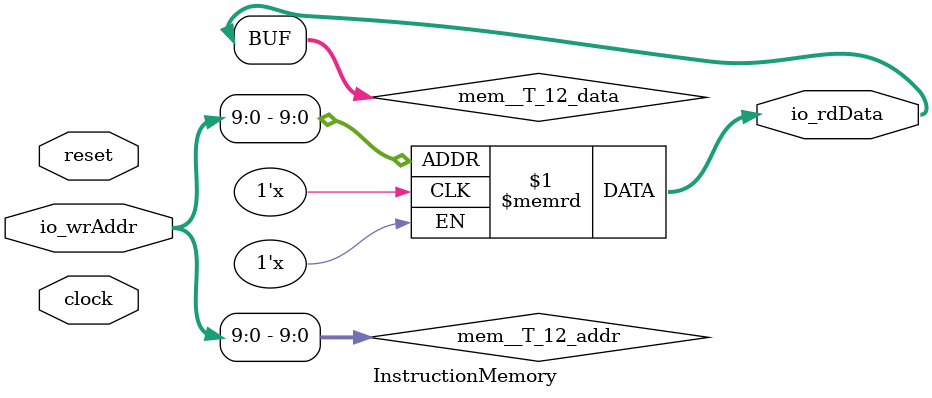
<source format=v>
module InstructionMemory(
  input         clock,
  input         reset,
  input  [31:0] io_wrAddr,
  output [31:0] io_rdData
);
  reg [31:0] mem [0:1023]; // @[InstructionMemory.scala 13:28]
  reg [31:0] _RAND_0;
  wire [31:0] mem__T_12_data; // @[InstructionMemory.scala 13:28]
  wire [9:0] mem__T_12_addr; // @[InstructionMemory.scala 13:28]
  assign mem__T_12_addr = io_wrAddr[9:0];
  assign mem__T_12_data = mem[mem__T_12_addr]; // @[InstructionMemory.scala 13:28]
  assign io_rdData = mem__T_12_data; // @[InstructionMemory.scala 14:26]
`ifdef RANDOMIZE_GARBAGE_ASSIGN
`define RANDOMIZE
`endif
`ifdef RANDOMIZE_INVALID_ASSIGN
`define RANDOMIZE
`endif
`ifdef RANDOMIZE_REG_INIT
`define RANDOMIZE
`endif
`ifdef RANDOMIZE_MEM_INIT
`define RANDOMIZE
`endif
`ifndef RANDOM
`define RANDOM $random
`endif
`ifdef RANDOMIZE
  integer initvar;
  initial begin
    `ifdef INIT_RANDOM
      `INIT_RANDOM
    `endif
    `ifndef VERILATOR
      #0.002 begin end
    `endif
  _RAND_0 = {1{`RANDOM}};
  `ifdef RANDOMIZE_MEM_INIT
  for (initvar = 0; initvar < 1024; initvar = initvar+1)
    mem[initvar] = _RAND_0[31:0];
  `endif // RANDOMIZE_MEM_INIT
  end
`endif // RANDOMIZE
endmodule

</source>
